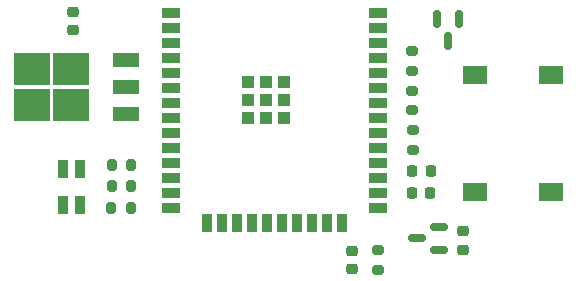
<source format=gbr>
%TF.GenerationSoftware,KiCad,Pcbnew,(6.0.10)*%
%TF.CreationDate,2023-02-02T13:59:13+08:00*%
%TF.ProjectId,AlarmTag,416c6172-6d54-4616-972e-6b696361645f,rev?*%
%TF.SameCoordinates,Original*%
%TF.FileFunction,Paste,Top*%
%TF.FilePolarity,Positive*%
%FSLAX46Y46*%
G04 Gerber Fmt 4.6, Leading zero omitted, Abs format (unit mm)*
G04 Created by KiCad (PCBNEW (6.0.10)) date 2023-02-02 13:59:13*
%MOMM*%
%LPD*%
G01*
G04 APERTURE LIST*
G04 Aperture macros list*
%AMRoundRect*
0 Rectangle with rounded corners*
0 $1 Rounding radius*
0 $2 $3 $4 $5 $6 $7 $8 $9 X,Y pos of 4 corners*
0 Add a 4 corners polygon primitive as box body*
4,1,4,$2,$3,$4,$5,$6,$7,$8,$9,$2,$3,0*
0 Add four circle primitives for the rounded corners*
1,1,$1+$1,$2,$3*
1,1,$1+$1,$4,$5*
1,1,$1+$1,$6,$7*
1,1,$1+$1,$8,$9*
0 Add four rect primitives between the rounded corners*
20,1,$1+$1,$2,$3,$4,$5,0*
20,1,$1+$1,$4,$5,$6,$7,0*
20,1,$1+$1,$6,$7,$8,$9,0*
20,1,$1+$1,$8,$9,$2,$3,0*%
G04 Aperture macros list end*
%ADD10RoundRect,0.225000X-0.225000X-0.250000X0.225000X-0.250000X0.225000X0.250000X-0.225000X0.250000X0*%
%ADD11R,1.500000X0.900000*%
%ADD12R,0.900000X1.500000*%
%ADD13R,1.050000X1.050000*%
%ADD14RoundRect,0.200000X0.200000X0.275000X-0.200000X0.275000X-0.200000X-0.275000X0.200000X-0.275000X0*%
%ADD15R,3.050000X2.750000*%
%ADD16R,2.200000X1.200000*%
%ADD17RoundRect,0.225000X0.250000X-0.225000X0.250000X0.225000X-0.250000X0.225000X-0.250000X-0.225000X0*%
%ADD18RoundRect,0.150000X0.587500X0.150000X-0.587500X0.150000X-0.587500X-0.150000X0.587500X-0.150000X0*%
%ADD19RoundRect,0.225000X0.225000X0.250000X-0.225000X0.250000X-0.225000X-0.250000X0.225000X-0.250000X0*%
%ADD20RoundRect,0.150000X-0.150000X0.587500X-0.150000X-0.587500X0.150000X-0.587500X0.150000X0.587500X0*%
%ADD21R,2.000000X1.500000*%
%ADD22RoundRect,0.200000X0.275000X-0.200000X0.275000X0.200000X-0.275000X0.200000X-0.275000X-0.200000X0*%
%ADD23RoundRect,0.200000X-0.275000X0.200000X-0.275000X-0.200000X0.275000X-0.200000X0.275000X0.200000X0*%
%ADD24RoundRect,0.225000X-0.250000X0.225000X-0.250000X-0.225000X0.250000X-0.225000X0.250000X0.225000X0*%
G04 APERTURE END LIST*
D10*
%TO.C,C2*%
X132055716Y-123913388D03*
X133605716Y-123913388D03*
%TD*%
D11*
%TO.C,MCU1*%
X111640000Y-108680000D03*
X111640000Y-109950000D03*
X111640000Y-111220000D03*
X111640000Y-112490000D03*
X111640000Y-113760000D03*
X111640000Y-115030000D03*
X111640000Y-116300000D03*
X111640000Y-117570000D03*
X111640000Y-118840000D03*
X111640000Y-120110000D03*
X111640000Y-121380000D03*
X111640000Y-122650000D03*
X111640000Y-123920000D03*
X111640000Y-125190000D03*
D12*
X114680000Y-126440000D03*
X115950000Y-126440000D03*
X117220000Y-126440000D03*
X118490000Y-126440000D03*
X119760000Y-126440000D03*
X121030000Y-126440000D03*
X122300000Y-126440000D03*
X123570000Y-126440000D03*
X124840000Y-126440000D03*
X126110000Y-126440000D03*
D11*
X129140000Y-125190000D03*
X129140000Y-123920000D03*
X129140000Y-122650000D03*
X129140000Y-121380000D03*
X129140000Y-120110000D03*
X129140000Y-118840000D03*
X129140000Y-117570000D03*
X129140000Y-116300000D03*
X129140000Y-115030000D03*
X129140000Y-113760000D03*
X129140000Y-112490000D03*
X129140000Y-111220000D03*
X129140000Y-109950000D03*
X129140000Y-108680000D03*
D13*
X118185000Y-116020000D03*
X119710000Y-117545000D03*
X121235000Y-117545000D03*
X121235000Y-116020000D03*
X119710000Y-114495000D03*
X118185000Y-114495000D03*
X121235000Y-114495000D03*
X119710000Y-116020000D03*
X118185000Y-117545000D03*
%TD*%
D14*
%TO.C,R4*%
X108247044Y-125111039D03*
X106597044Y-125111039D03*
%TD*%
D15*
%TO.C,LDO1*%
X99847258Y-113352956D03*
X103197258Y-113352956D03*
X103197258Y-116402956D03*
X99847258Y-116402956D03*
D16*
X107822258Y-117157956D03*
X107822258Y-114877956D03*
X107822258Y-112597956D03*
%TD*%
D12*
%TO.C,D1*%
X102513778Y-121815985D03*
X103913778Y-121815985D03*
X102513778Y-124915985D03*
X103913778Y-124915985D03*
%TD*%
D17*
%TO.C,C5*%
X127000000Y-130315000D03*
X127000000Y-128765000D03*
%TD*%
%TO.C,C4*%
X136329747Y-128687069D03*
X136329747Y-127137069D03*
%TD*%
D18*
%TO.C,LDO2*%
X134316223Y-128665686D03*
X134316223Y-126765686D03*
X132441223Y-127715686D03*
%TD*%
D19*
%TO.C,C3*%
X133631092Y-122055912D03*
X132081092Y-122055912D03*
%TD*%
D20*
%TO.C,Q1*%
X136036862Y-109122820D03*
X134136862Y-109122820D03*
X135086862Y-110997820D03*
%TD*%
D21*
%TO.C,Buzzer1*%
X137406085Y-123831652D03*
X137406085Y-113931652D03*
X143806085Y-113931652D03*
X143806085Y-123831652D03*
%TD*%
D14*
%TO.C,R3*%
X108260467Y-123272020D03*
X106610467Y-123272020D03*
%TD*%
%TO.C,R5*%
X108253756Y-121486695D03*
X106603756Y-121486695D03*
%TD*%
D22*
%TO.C,R7*%
X129127500Y-130365000D03*
X129127500Y-128715000D03*
%TD*%
D23*
%TO.C,R2*%
X132080000Y-111875000D03*
X132080000Y-113525000D03*
%TD*%
D24*
%TO.C,C1*%
X103330448Y-108538214D03*
X103330448Y-110088214D03*
%TD*%
D22*
%TO.C,R6*%
X132100135Y-120201495D03*
X132100135Y-118551495D03*
%TD*%
%TO.C,R1*%
X132080000Y-116865000D03*
X132080000Y-115215000D03*
%TD*%
M02*

</source>
